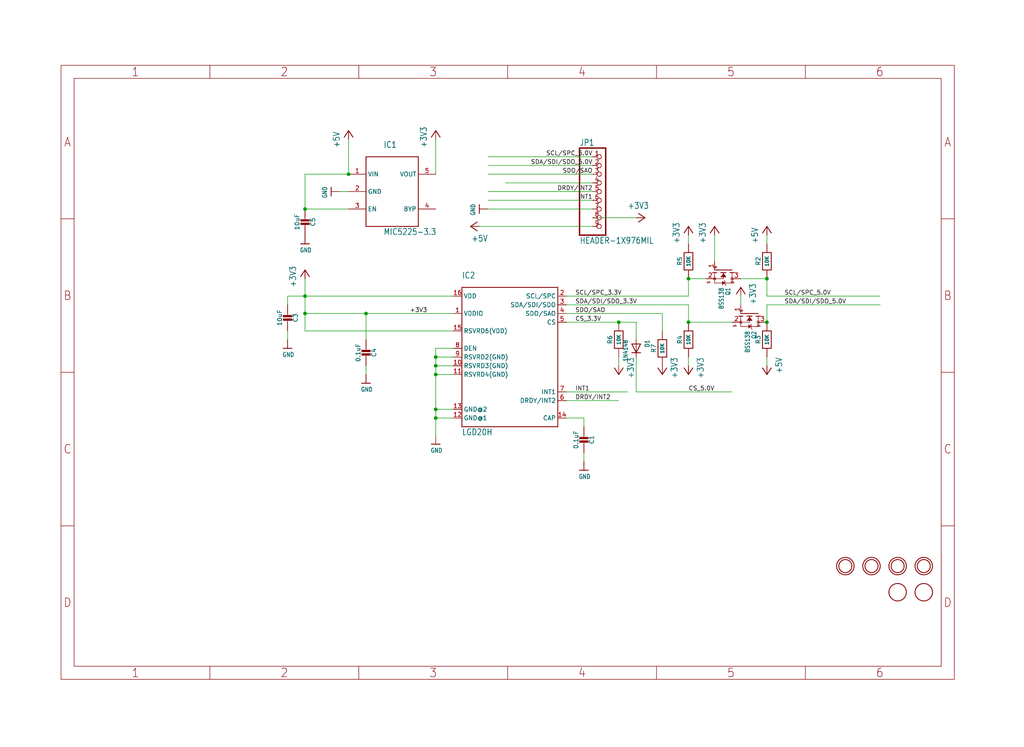
<source format=kicad_sch>
(kicad_sch (version 20211123) (generator eeschema)
  (paper "User" 298.45 217.881)
  (lib_symbols
    (symbol "schematicEagle-eagle-import:+3V3" (power)
      (property "Value" "+3V3" (at -2.54 -5.08 90))
      (symbol "+3V3_1_0"
        (polyline (pts (xy 0 0) (xy -1.27 -1.905)) (stroke (width 0.254)))
        (polyline (pts (xy 1.27 -1.905) (xy 0 0)) (stroke (width 0.254)))
        (pin power_in line (at 0 -2.54 90) (length 2.54) (name "+3V3") (number "1"))
      )
    )
    (symbol "schematicEagle-eagle-import:+5V" (power)
      (property "Value" "+5V" (at -2.54 -5.08 90))
      (symbol "+5V_1_0"
        (polyline (pts (xy 0 0) (xy -1.27 -1.905)) (stroke (width 0.254)))
        (polyline (pts (xy 1.27 -1.905) (xy 0 0)) (stroke (width 0.254)))
        (pin power_in line (at 0 -2.54 90) (length 2.54) (name "+5V") (number "1"))
      )
    )
    (symbol "schematicEagle-eagle-import:CAP_CERAMIC0805-NOOUTLINE"
      (property "Reference" "C" (at -2.29 1.25 90))
      (property "Value" "CAP_CERAMIC0805-NOOUTLINE" (at 2.3 1.25 90))
      (symbol "CAP_CERAMIC0805-NOOUTLINE_1_0"
        (rectangle (start -1.27 0.508) (end 1.27 1.016) (fill (type outline)))
        (rectangle (start -1.27 1.524) (end 1.27 2.032) (fill (type outline)))
        (polyline (pts (xy 0 0.762) (xy 0 0)) (stroke (width 0.1524)))
        (polyline (pts (xy 0 2.54) (xy 0 1.778)) (stroke (width 0.1524)))
        (pin passive line (at 0 5.08 270) (length 2.54) (name "1") (number "1"))
        (pin passive line (at 0 -2.54 90) (length 2.54) (name "2") (number "2"))
      )
    )
    (symbol "schematicEagle-eagle-import:DIODESOD-323F"
      (property "Reference" "D" (at -2.54 2.54 0))
      (property "Value" "DIODESOD-323F" (at -2.54 -3.81 0))
      (symbol "DIODESOD-323F_1_0"
        (polyline (pts (xy -1.27 -1.27) (xy 1.27 0)) (stroke (width 0.254)))
        (polyline (pts (xy -1.27 1.27) (xy -1.27 -1.27)) (stroke (width 0.254)))
        (polyline (pts (xy 1.27 0) (xy -1.27 1.27)) (stroke (width 0.254)))
        (polyline (pts (xy 1.27 0) (xy 1.27 -1.27)) (stroke (width 0.254)))
        (polyline (pts (xy 1.27 1.27) (xy 1.27 0)) (stroke (width 0.254)))
        (pin passive line (at -2.54 0 0) (length 2.54) (name "A") (number "A"))
        (pin passive line (at 2.54 0 180) (length 2.54) (name "C") (number "C"))
      )
    )
    (symbol "schematicEagle-eagle-import:FIDUCIAL"
      (symbol "FIDUCIAL_1_0"
        (circle (center 0 0) (radius 2.54) (stroke (width 0.254)))
      )
    )
    (symbol "schematicEagle-eagle-import:FRAME_A4"
      (symbol "FRAME_A4_0_0"
        (polyline (pts (xy 0 44.7675) (xy 3.81 44.7675)))
        (polyline (pts (xy 0 89.535) (xy 3.81 89.535)))
        (polyline (pts (xy 0 134.3025) (xy 3.81 134.3025)))
        (polyline (pts (xy 3.81 3.81) (xy 3.81 175.26)))
        (polyline (pts (xy 43.3917 0) (xy 43.3917 3.81)))
        (polyline (pts (xy 43.3917 175.26) (xy 43.3917 179.07)))
        (polyline (pts (xy 86.7833 0) (xy 86.7833 3.81)))
        (polyline (pts (xy 86.7833 175.26) (xy 86.7833 179.07)))
        (polyline (pts (xy 130.175 0) (xy 130.175 3.81)))
        (polyline (pts (xy 130.175 175.26) (xy 130.175 179.07)))
        (polyline (pts (xy 173.5667 0) (xy 173.5667 3.81)))
        (polyline (pts (xy 173.5667 175.26) (xy 173.5667 179.07)))
        (polyline (pts (xy 216.9583 0) (xy 216.9583 3.81)))
        (polyline (pts (xy 216.9583 175.26) (xy 216.9583 179.07)))
        (polyline (pts (xy 256.54 3.81) (xy 3.81 3.81)))
        (polyline (pts (xy 256.54 3.81) (xy 256.54 175.26)))
        (polyline (pts (xy 256.54 44.7675) (xy 260.35 44.7675)))
        (polyline (pts (xy 256.54 89.535) (xy 260.35 89.535)))
        (polyline (pts (xy 256.54 134.3025) (xy 260.35 134.3025)))
        (polyline (pts (xy 256.54 175.26) (xy 3.81 175.26)))
        (polyline (pts (xy 0 0) (xy 260.35 0) (xy 260.35 179.07) (xy 0 179.07) (xy 0 0)))
        (text "1" (at 21.6958 1.905 0) (effects (font (size 2.54 2.286))))
        (text "1" (at 21.6958 177.165 0) (effects (font (size 2.54 2.286))))
        (text "2" (at 65.0875 1.905 0) (effects (font (size 2.54 2.286))))
        (text "2" (at 65.0875 177.165 0) (effects (font (size 2.54 2.286))))
        (text "3" (at 108.4792 1.905 0) (effects (font (size 2.54 2.286))))
        (text "3" (at 108.4792 177.165 0) (effects (font (size 2.54 2.286))))
        (text "4" (at 151.8708 1.905 0) (effects (font (size 2.54 2.286))))
        (text "4" (at 151.8708 177.165 0) (effects (font (size 2.54 2.286))))
        (text "5" (at 195.2625 1.905 0) (effects (font (size 2.54 2.286))))
        (text "5" (at 195.2625 177.165 0) (effects (font (size 2.54 2.286))))
        (text "6" (at 238.6542 1.905 0) (effects (font (size 2.54 2.286))))
        (text "6" (at 238.6542 177.165 0) (effects (font (size 2.54 2.286))))
        (text "A" (at 1.905 156.6863 0) (effects (font (size 2.54 2.286))))
        (text "A" (at 258.445 156.6863 0) (effects (font (size 2.54 2.286))))
        (text "B" (at 1.905 111.9188 0) (effects (font (size 2.54 2.286))))
        (text "B" (at 258.445 111.9188 0) (effects (font (size 2.54 2.286))))
        (text "C" (at 1.905 67.1513 0) (effects (font (size 2.54 2.286))))
        (text "C" (at 258.445 67.1513 0) (effects (font (size 2.54 2.286))))
        (text "D" (at 1.905 22.3838 0) (effects (font (size 2.54 2.286))))
        (text "D" (at 258.445 22.3838 0) (effects (font (size 2.54 2.286))))
      )
      (symbol "FRAME_A4_1_0"
        (polyline (pts (xy 256.54 3.81) (xy 256.54 8.89)) (stroke (width 0.1016)))
        (polyline (pts (xy 256.54 8.89) (xy 256.54 13.97)) (stroke (width 0.1016)))
        (polyline (pts (xy 256.54 13.97) (xy 256.54 19.05)) (stroke (width 0.1016)))
        (polyline (pts (xy 256.54 19.05) (xy 256.54 36.83)) (stroke (width 0.1016)))
      )
      (symbol "FRAME_A4_2_0"
        (polyline (pts (xy 1.27 -6.35) (xy 1.27 0)) (stroke (width 0.1016)))
        (polyline (pts (xy 1.27 0) (xy 82.55 0)) (stroke (width 0.1016)))
        (polyline (pts (xy 82.55 -6.35) (xy 1.27 -6.35)) (stroke (width 0.1016)))
        (polyline (pts (xy 82.55 0) (xy 82.55 -6.35)) (stroke (width 0.1016)))
        (text "PART OR WHOLE IS STRICTLY PROHIBITED WITHOUT WRITTEN PERMISSION!" (at 3.81 -5.08 0) (effects (font (size 1.27 1.0795)) (justify left bottom)))
        (text "PROPRIETARY" (at 3.81 -10.16 0) (effects (font (size 2.54 2.159) (thickness 0.4318) bold) (justify left bottom)))
        (text "THIS DRAWING CONTAINS CONFIDENTIAL INFORMATION. ANY REPRODUCTION IN" (at 3.81 -2.794 0) (effects (font (size 1.27 1.0795)) (justify left bottom)))
      )
      (symbol "FRAME_A4_3_0"
        (polyline (pts (xy 0 1.27) (xy 20.32 1.27)) (stroke (width 0.6096)))
        (polyline (pts (xy 0 10.16) (xy 0 1.27)) (stroke (width 0.6096)))
        (polyline (pts (xy 0 10.16) (xy 20.32 10.16)) (stroke (width 0.3048)))
        (polyline (pts (xy 0 19.05) (xy 0 10.16)) (stroke (width 0.6096)))
        (polyline (pts (xy 0 19.05) (xy 20.32 19.05)) (stroke (width 0.3048)))
        (polyline (pts (xy 0 27.94) (xy 0 19.05)) (stroke (width 0.6096)))
        (polyline (pts (xy 0 27.94) (xy 20.32 27.94)) (stroke (width 0.3048)))
        (polyline (pts (xy 0 34.29) (xy 0 27.94)) (stroke (width 0.6096)))
        (polyline (pts (xy 20.32 1.27) (xy 20.32 6.35)) (stroke (width 0.3048)))
        (polyline (pts (xy 20.32 1.27) (xy 95.885 1.27)) (stroke (width 0.6096)))
        (polyline (pts (xy 20.32 6.35) (xy 20.32 10.16)) (stroke (width 0.3048)))
        (polyline (pts (xy 20.32 6.35) (xy 88.9 6.35)) (stroke (width 0.3048)))
        (polyline (pts (xy 20.32 10.16) (xy 20.32 19.05)) (stroke (width 0.3048)))
        (polyline (pts (xy 20.32 16.51) (xy 20.32 19.05)) (stroke (width 0.3048)))
        (polyline (pts (xy 20.32 19.05) (xy 20.32 27.94)) (stroke (width 0.3048)))
        (polyline (pts (xy 20.32 27.94) (xy 20.32 34.29)) (stroke (width 0.3048)))
        (polyline (pts (xy 20.32 27.94) (xy 65.0875 27.94)) (stroke (width 0.3048)))
        (polyline (pts (xy 20.32 34.29) (xy 0 34.29)) (stroke (width 0.6096)))
        (polyline (pts (xy 65.0875 27.94) (xy 106.045 27.94)) (stroke (width 0.3048)))
        (polyline (pts (xy 65.0875 34.29) (xy 20.32 34.29)) (stroke (width 0.6096)))
        (polyline (pts (xy 88.9 6.35) (xy 95.885 6.35)) (stroke (width 0.3048)))
        (polyline (pts (xy 88.9 16.51) (xy 20.32 16.51)) (stroke (width 0.3048)))
        (polyline (pts (xy 88.9 16.51) (xy 88.9 6.35)) (stroke (width 0.3048)))
        (polyline (pts (xy 95.885 1.27) (xy 121.92 1.27)) (stroke (width 0.6096)))
        (polyline (pts (xy 95.885 6.35) (xy 95.885 1.27)) (stroke (width 0.3048)))
        (polyline (pts (xy 95.885 6.35) (xy 121.92 6.35)) (stroke (width 0.3048)))
        (polyline (pts (xy 101.6 13.0175) (xy 102.5525 13.0175)) (stroke (width 0.254)))
        (polyline (pts (xy 106.045 27.94) (xy 106.045 34.29)) (stroke (width 0.3048)))
        (polyline (pts (xy 106.045 27.94) (xy 110.49 27.94)) (stroke (width 0.3048)))
        (polyline (pts (xy 106.045 34.29) (xy 65.0875 34.29)) (stroke (width 0.6096)))
        (polyline (pts (xy 110.49 16.51) (xy 88.9 16.51)) (stroke (width 0.3048)))
        (polyline (pts (xy 110.49 27.94) (xy 110.49 16.51)) (stroke (width 0.3048)))
        (polyline (pts (xy 110.49 27.94) (xy 113.03 27.94)) (stroke (width 0.3048)))
        (polyline (pts (xy 113.03 27.94) (xy 121.92 27.94)) (stroke (width 0.3048)))
        (polyline (pts (xy 113.03 34.29) (xy 106.045 34.29)) (stroke (width 0.6096)))
        (polyline (pts (xy 121.92 6.35) (xy 121.92 1.27)) (stroke (width 0.6096)))
        (polyline (pts (xy 121.92 16.51) (xy 110.49 16.51)) (stroke (width 0.3048)))
        (polyline (pts (xy 121.92 16.51) (xy 121.92 6.35)) (stroke (width 0.6096)))
        (polyline (pts (xy 121.92 27.94) (xy 121.92 16.51)) (stroke (width 0.6096)))
        (polyline (pts (xy 121.92 34.29) (xy 113.03 34.29)) (stroke (width 0.6096)))
        (polyline (pts (xy 121.92 34.29) (xy 121.92 27.94)) (stroke (width 0.6096)))
        (circle (center 109.5375 31.115) (radius 1.4199) (stroke (width 0.254)))
        (text "2013" (at 112.7125 30.1625 0) (effects (font (size 1.778 1.5113)) (justify left bottom)))
        (text ">CHECKED" (at 2.54 11.43 0) (effects (font (size 1.778 1.5113)) (justify left bottom)))
        (text ">COMPANY" (at 23.6538 29.3687 0) (effects (font (size 3.175 2.6987) (thickness 0.5397) bold) (justify left bottom)))
        (text ">DATE" (at 2.54 2.54 0) (effects (font (size 1.778 1.5113)) (justify left bottom)))
        (text ">DRAWING_NAME" (at 33.3375 2.54 0) (effects (font (size 2.54 2.159)) (justify left bottom)))
        (text ">DRAWN" (at 2.54 20.32 0) (effects (font (size 1.778 1.5113)) (justify left bottom)))
        (text ">DRGNO" (at 91.44 8.89 0) (effects (font (size 2.1844 1.8567)) (justify left bottom)))
        (text ">LAST_DATE_TIME" (at 33.02 8.89 0) (effects (font (size 2.54 2.159)) (justify left bottom)))
        (text ">REV" (at 114.3 18.415 0) (effects (font (size 3.81 3.2385)) (justify left bottom)))
        (text ">SHEET" (at 109.22 2.54 0) (effects (font (size 2.54 2.54)) (justify left bottom)))
        (text "C" (at 109.0612 30.48 0) (effects (font (size 1.27 1.0795)) (justify left bottom)))
        (text "CHECKED" (at 1.27 15.875 0) (effects (font (size 1.778 1.5113)) (justify left bottom)))
        (text "DATE" (at 1.27 6.985 0) (effects (font (size 1.778 1.5113)) (justify left bottom)))
        (text "DATE" (at 21.59 12.7 0) (effects (font (size 2.54 2.54)) (justify left bottom)))
        (text "DRAWN" (at 1.27 24.765 0) (effects (font (size 1.778 1.5113)) (justify left bottom)))
        (text "DRG" (at 90.17 12.7 0) (effects (font (size 2.54 2.54)) (justify left bottom)))
        (text "FILE:" (at 21.59 2.54 0) (effects (font (size 2.54 2.54)) (justify left bottom)))
        (text "ISSUE" (at 5.3975 30.1625 0) (effects (font (size 1.9304 1.6408)) (justify left bottom)))
        (text "N" (at 98.7425 12.7 0) (effects (font (size 2.54 2.54)) (justify left bottom)))
        (text "o" (at 101.2825 13.6525 0) (effects (font (size 2.1844 1.8567)) (justify left bottom)))
        (text "PAGE:" (at 97.155 2.54 0) (effects (font (size 2.54 2.54)) (justify left bottom)))
        (text "REV" (at 112.7125 24.13 0) (effects (font (size 2.54 2.54)) (justify left bottom)))
        (text "TITLE" (at 21.59 24.13 0) (effects (font (size 2.54 2.54)) (justify left bottom)))
      )
    )
    (symbol "schematicEagle-eagle-import:GND" (power)
      (property "Value" "GND" (at -1.524 -2.54 0))
      (symbol "GND_1_0"
        (polyline (pts (xy -1.27 0) (xy 1.27 0)) (stroke (width 0.254)))
        (pin power_in line (at 0 2.54 270) (length 2.54) (name "GND") (number "1"))
      )
    )
    (symbol "schematicEagle-eagle-import:GYRO_L3GD20H"
      (property "Value" "GYRO_L3GD20H" (at -15.24 -22.86 0))
      (symbol "GYRO_L3GD20H_1_0"
        (polyline (pts (xy -15.24 -20.32) (xy -15.24 20.32)) (stroke (width 0.254)))
        (polyline (pts (xy -15.24 20.32) (xy 12.7 20.32)) (stroke (width 0.254)))
        (polyline (pts (xy 12.7 -20.32) (xy -15.24 -20.32)) (stroke (width 0.254)))
        (polyline (pts (xy 12.7 20.32) (xy 12.7 -20.32)) (stroke (width 0.254)))
        (pin power_in line (at -17.78 12.7 0) (length 2.54) (name "VDDIO") (number "1"))
        (pin bidirectional line (at -17.78 -2.54 0) (length 2.54) (name "RSVRD3(GND)") (number "10"))
        (pin bidirectional line (at -17.78 -5.08 0) (length 2.54) (name "RSVRD4(GND)") (number "11"))
        (pin bidirectional line (at -17.78 -17.78 0) (length 2.54) (name "GND@1") (number "12"))
        (pin bidirectional line (at -17.78 -15.24 0) (length 2.54) (name "GND@2") (number "13"))
        (pin bidirectional line (at 15.24 -17.78 180) (length 2.54) (name "CAP") (number "14"))
        (pin bidirectional line (at -17.78 7.62 0) (length 2.54) (name "RSVRD6(VDD)") (number "15"))
        (pin bidirectional line (at -17.78 17.78 0) (length 2.54) (name "VDD") (number "16"))
        (pin bidirectional line (at 15.24 17.78 180) (length 2.54) (name "SCL/SPC") (number "2"))
        (pin bidirectional line (at 15.24 15.24 180) (length 2.54) (name "SDA/SDI/SDO") (number "3"))
        (pin bidirectional line (at 15.24 12.7 180) (length 2.54) (name "SDO/SAO") (number "4"))
        (pin bidirectional line (at 15.24 10.16 180) (length 2.54) (name "CS") (number "5"))
        (pin bidirectional line (at 15.24 -12.7 180) (length 2.54) (name "DRDY/INT2") (number "6"))
        (pin bidirectional line (at 15.24 -10.16 180) (length 2.54) (name "INT1") (number "7"))
        (pin bidirectional line (at -17.78 2.54 0) (length 2.54) (name "DEN") (number "8"))
        (pin bidirectional line (at -17.78 0 0) (length 2.54) (name "RSVRD2(GND)") (number "9"))
      )
    )
    (symbol "schematicEagle-eagle-import:HEADER-1X976MIL"
      (property "Reference" "JP" (at -6.35 13.335 0))
      (property "Value" "HEADER-1X976MIL" (at -6.35 -15.24 0))
      (symbol "HEADER-1X976MIL_1_0"
        (polyline (pts (xy -6.35 -12.7) (xy 1.27 -12.7)) (stroke (width 0.4064)))
        (polyline (pts (xy -6.35 12.7) (xy -6.35 -12.7)) (stroke (width 0.4064)))
        (polyline (pts (xy 1.27 -12.7) (xy 1.27 12.7)) (stroke (width 0.4064)))
        (polyline (pts (xy 1.27 12.7) (xy -6.35 12.7)) (stroke (width 0.4064)))
        (pin passive inverted (at -2.54 10.16 0) (length 2.54) (name "1") (number "1"))
        (pin passive inverted (at -2.54 7.62 0) (length 2.54) (name "2") (number "2"))
        (pin passive inverted (at -2.54 5.08 0) (length 2.54) (name "3") (number "3"))
        (pin passive inverted (at -2.54 2.54 0) (length 2.54) (name "4") (number "4"))
        (pin passive inverted (at -2.54 0 0) (length 2.54) (name "5") (number "5"))
        (pin passive inverted (at -2.54 -2.54 0) (length 2.54) (name "6") (number "6"))
        (pin passive inverted (at -2.54 -5.08 0) (length 2.54) (name "7") (number "7"))
        (pin passive inverted (at -2.54 -7.62 0) (length 2.54) (name "8") (number "8"))
        (pin passive inverted (at -2.54 -10.16 0) (length 2.54) (name "9") (number "9"))
      )
    )
    (symbol "schematicEagle-eagle-import:LP298XS"
      (property "Reference" "IC" (at -12.7 -5.08 90))
      (property "Value" "LP298XS" (at 12.7 -5.08 90))
      (symbol "LP298XS_1_0"
        (polyline (pts (xy -10.16 -10.16) (xy 10.16 -10.16)) (stroke (width 0.254)))
        (polyline (pts (xy -10.16 5.08) (xy -10.16 -10.16)) (stroke (width 0.254)))
        (polyline (pts (xy 10.16 -10.16) (xy 10.16 5.08)) (stroke (width 0.254)))
        (polyline (pts (xy 10.16 5.08) (xy -10.16 5.08)) (stroke (width 0.254)))
        (pin bidirectional line (at -5.08 -15.24 90) (length 5.08) (name "VIN") (number "1"))
        (pin bidirectional line (at 0 -15.24 90) (length 5.08) (name "GND") (number "2"))
        (pin bidirectional line (at 5.08 -15.24 90) (length 5.08) (name "EN") (number "3"))
        (pin bidirectional line (at 5.08 10.16 270) (length 5.08) (name "BYP") (number "4"))
        (pin bidirectional line (at -5.08 10.16 270) (length 5.08) (name "VOUT") (number "5"))
      )
    )
    (symbol "schematicEagle-eagle-import:MOSFET-NREFLOW"
      (property "Reference" "Q" (at 5.08 0.635 0))
      (property "Value" "MOSFET-NREFLOW" (at 5.08 -1.27 0))
      (symbol "MOSFET-NREFLOW_1_0"
        (polyline (pts (xy 0 2.54) (xy 0 -2.54)) (stroke (width 0.254)))
        (polyline (pts (xy 0.762 -2.54) (xy 0.762 -3.175)) (stroke (width 0.254)))
        (polyline (pts (xy 0.762 -1.905) (xy 0.762 -2.54)) (stroke (width 0.254)))
        (polyline (pts (xy 0.762 0) (xy 0.762 -0.762)) (stroke (width 0.254)))
        (polyline (pts (xy 0.762 0) (xy 2.54 0)) (stroke (width 0.1524)))
        (polyline (pts (xy 0.762 0.762) (xy 0.762 0)) (stroke (width 0.254)))
        (polyline (pts (xy 0.762 2.54) (xy 0.762 1.905)) (stroke (width 0.254)))
        (polyline (pts (xy 0.762 2.54) (xy 3.81 2.54)) (stroke (width 0.1524)))
        (polyline (pts (xy 0.762 3.175) (xy 0.762 2.54)) (stroke (width 0.254)))
        (polyline (pts (xy 2.54 -2.54) (xy 0.762 -2.54)) (stroke (width 0.1524)))
        (polyline (pts (xy 2.54 -2.54) (xy 3.81 -2.54)) (stroke (width 0.1524)))
        (polyline (pts (xy 2.54 0) (xy 2.54 -2.54)) (stroke (width 0.1524)))
        (polyline (pts (xy 3.302 0.508) (xy 3.048 0.254)) (stroke (width 0.1524)))
        (polyline (pts (xy 3.81 0.508) (xy 3.302 0.508)) (stroke (width 0.1524)))
        (polyline (pts (xy 3.81 0.508) (xy 3.81 -2.54)) (stroke (width 0.1524)))
        (polyline (pts (xy 3.81 2.54) (xy 3.81 0.508)) (stroke (width 0.1524)))
        (polyline (pts (xy 4.318 0.508) (xy 3.81 0.508)) (stroke (width 0.1524)))
        (polyline (pts (xy 4.572 0.762) (xy 4.318 0.508)) (stroke (width 0.1524)))
        (polyline (pts (xy 1.016 0) (xy 2.032 0.762) (xy 2.032 -0.762)) (fill (type outline)))
        (polyline (pts (xy 3.81 0.508) (xy 3.302 -0.254) (xy 4.318 -0.254)) (fill (type outline)))
        (circle (center 2.54 -2.54) (radius 0.3592))
        (circle (center 2.54 2.54) (radius 0.3592))
        (text "D" (at 3.175 3.175 0) (effects (font (size 0.8128 0.6908)) (justify left bottom)))
        (text "G" (at -1.27 -1.905 0) (effects (font (size 0.8128 0.6908)) (justify left bottom)))
        (text "S" (at 3.175 -3.81 0) (effects (font (size 0.8128 0.6908)) (justify left bottom)))
        (pin bidirectional line (at -2.54 -2.54 0) (length 2.54) (name "G") (number "1"))
        (pin bidirectional line (at 2.54 -5.08 90) (length 2.54) (name "S") (number "2"))
        (pin bidirectional line (at 2.54 5.08 270) (length 2.54) (name "D") (number "3"))
      )
    )
    (symbol "schematicEagle-eagle-import:MOUNTINGHOLE2.0"
      (symbol "MOUNTINGHOLE2.0_1_0"
        (circle (center 0 0) (radius 1.905) (stroke (width 0.254)))
        (circle (center 0 0) (radius 2.54) (stroke (width 0.254)))
      )
    )
    (symbol "schematicEagle-eagle-import:RESISTOR0805_NOOUTLINE"
      (property "Reference" "R" (at 0 2.54 0))
      (property "Value" "RESISTOR0805_NOOUTLINE" (at 0 0 0))
      (symbol "RESISTOR0805_NOOUTLINE_1_0"
        (polyline (pts (xy -2.54 -1.27) (xy -2.54 1.27)) (stroke (width 0.254)))
        (polyline (pts (xy -2.54 1.27) (xy 2.54 1.27)) (stroke (width 0.254)))
        (polyline (pts (xy 2.54 -1.27) (xy -2.54 -1.27)) (stroke (width 0.254)))
        (polyline (pts (xy 2.54 1.27) (xy 2.54 -1.27)) (stroke (width 0.254)))
        (pin passive line (at -5.08 0 0) (length 2.54) (name "1") (number "1"))
        (pin passive line (at 5.08 0 180) (length 2.54) (name "2") (number "2"))
      )
    )
    (symbol "schematicEagle-eagle-import:RESISTOR_0805MP"
      (property "Reference" "R" (at 0 2.54 0))
      (property "Value" "RESISTOR_0805MP" (at 0 0 0))
      (symbol "RESISTOR_0805MP_1_0"
        (polyline (pts (xy -2.54 -1.27) (xy -2.54 1.27)) (stroke (width 0.254)))
        (polyline (pts (xy -2.54 1.27) (xy 2.54 1.27)) (stroke (width 0.254)))
        (polyline (pts (xy 2.54 -1.27) (xy -2.54 -1.27)) (stroke (width 0.254)))
        (polyline (pts (xy 2.54 1.27) (xy 2.54 -1.27)) (stroke (width 0.254)))
        (pin passive line (at -5.08 0 0) (length 2.54) (name "1") (number "1"))
        (pin passive line (at 5.08 0 180) (length 2.54) (name "2") (number "2"))
      )
    )
  )
  (junction (at 127 119.38))
  (junction (at 88.9 60.96))
  (junction (at 223.52 93.98))
  (junction (at 200.66 93.98))
  (junction (at 223.52 81.28))
  (junction (at 127 106.68))
  (junction (at 88.9 91.44))
  (junction (at 127 104.14))
  (junction (at 88.9 86.36))
  (junction (at 106.68 91.44))
  (junction (at 180.34 93.98))
  (junction (at 200.66 81.28))
  (junction (at 101.6 50.8))
  (junction (at 127 109.22))
  (junction (at 127 121.92))
  (wire (pts (xy 215.9 86.36) (xy 215.9 88.9)))
  (wire (pts (xy 142.24 55.88) (xy 172.72 55.88)))
  (wire (pts (xy 88.9 60.96) (xy 88.9 50.8)))
  (wire (pts (xy 170.18 121.92) (xy 165.1 121.92)))
  (wire (pts (xy 185.42 93.98) (xy 185.42 99.06)))
  (wire (pts (xy 165.1 86.36) (xy 200.66 86.36)))
  (wire (pts (xy 132.08 101.6) (xy 127 101.6)))
  (wire (pts (xy 106.68 106.68) (xy 106.68 109.22)))
  (wire (pts (xy 165.1 93.98) (xy 180.34 93.98)))
  (wire (pts (xy 185.42 104.14) (xy 185.42 114.3)))
  (wire (pts (xy 101.6 60.96) (xy 88.9 60.96)))
  (wire (pts (xy 106.68 91.44) (xy 88.9 91.44)))
  (wire (pts (xy 223.52 93.98) (xy 223.52 88.9)))
  (wire (pts (xy 170.18 132.08) (xy 170.18 134.62)))
  (wire (pts (xy 223.52 68.58) (xy 223.52 71.12)))
  (wire (pts (xy 200.66 106.68) (xy 200.66 104.14)))
  (wire (pts (xy 165.1 91.44) (xy 193.04 91.44)))
  (wire (pts (xy 88.9 86.36) (xy 83.82 86.36)))
  (wire (pts (xy 127 104.14) (xy 127 106.68)))
  (wire (pts (xy 132.08 104.14) (xy 127 104.14)))
  (wire (pts (xy 106.68 91.44) (xy 106.68 99.06)))
  (wire (pts (xy 200.66 81.28) (xy 205.74 81.28)))
  (wire (pts (xy 88.9 50.8) (xy 101.6 50.8)))
  (wire (pts (xy 88.9 91.44) (xy 88.9 86.36)))
  (wire (pts (xy 127 119.38) (xy 127 121.92)))
  (wire (pts (xy 127 101.6) (xy 127 104.14)))
  (wire (pts (xy 208.28 76.2) (xy 208.28 68.58)))
  (wire (pts (xy 99.06 55.88) (xy 101.6 55.88)))
  (wire (pts (xy 200.66 68.58) (xy 200.66 71.12)))
  (wire (pts (xy 127 121.92) (xy 127 127)))
  (wire (pts (xy 101.6 40.64) (xy 101.6 50.8)))
  (wire (pts (xy 142.24 58.42) (xy 172.72 58.42)))
  (wire (pts (xy 223.52 81.28) (xy 223.52 86.36)))
  (wire (pts (xy 132.08 91.44) (xy 106.68 91.44)))
  (wire (pts (xy 88.9 96.52) (xy 88.9 91.44)))
  (wire (pts (xy 185.42 114.3) (xy 213.36 114.3)))
  (wire (pts (xy 180.34 93.98) (xy 185.42 93.98)))
  (wire (pts (xy 165.1 116.84) (xy 180.34 116.84)))
  (wire (pts (xy 132.08 121.92) (xy 127 121.92)))
  (wire (pts (xy 127 109.22) (xy 127 119.38)))
  (wire (pts (xy 132.08 86.36) (xy 88.9 86.36)))
  (wire (pts (xy 142.24 50.8) (xy 172.72 50.8)))
  (wire (pts (xy 142.24 60.96) (xy 172.72 60.96)))
  (wire (pts (xy 200.66 93.98) (xy 200.66 88.9)))
  (wire (pts (xy 132.08 96.52) (xy 88.9 96.52)))
  (wire (pts (xy 127 40.64) (xy 127 50.8)))
  (wire (pts (xy 223.52 86.36) (xy 256.54 86.36)))
  (wire (pts (xy 132.08 109.22) (xy 127 109.22)))
  (wire (pts (xy 256.54 88.9) (xy 223.52 88.9)))
  (wire (pts (xy 213.36 93.98) (xy 200.66 93.98)))
  (wire (pts (xy 147.32 53.34) (xy 172.72 53.34)))
  (wire (pts (xy 180.34 106.68) (xy 180.34 104.14)))
  (wire (pts (xy 139.7 66.04) (xy 172.72 66.04)))
  (wire (pts (xy 88.9 81.28) (xy 88.9 86.36)))
  (wire (pts (xy 127 106.68) (xy 127 109.22)))
  (wire (pts (xy 132.08 106.68) (xy 127 106.68)))
  (wire (pts (xy 142.24 45.72) (xy 172.72 45.72)))
  (wire (pts (xy 165.1 114.3) (xy 182.88 114.3)))
  (wire (pts (xy 170.18 124.46) (xy 170.18 121.92)))
  (wire (pts (xy 165.1 88.9) (xy 200.66 88.9)))
  (wire (pts (xy 172.72 48.26) (xy 142.24 48.26)))
  (wire (pts (xy 215.9 81.28) (xy 223.52 81.28)))
  (wire (pts (xy 185.42 63.5) (xy 172.72 63.5)))
  (wire (pts (xy 223.52 106.68) (xy 223.52 104.14)))
  (wire (pts (xy 193.04 91.44) (xy 193.04 96.52)))
  (wire (pts (xy 200.66 86.36) (xy 200.66 81.28)))
  (wire (pts (xy 83.82 96.52) (xy 83.82 99.06)))
  (wire (pts (xy 83.82 86.36) (xy 83.82 88.9)))
  (wire (pts (xy 132.08 119.38) (xy 127 119.38)))
  (label "DRDY/INT2" (at 172.72 55.88 180) (effects (font (size 1.2446 1.2446))))
  (label "SCL/SPC_5.0V" (at 228.6 86.36 0) (effects (font (size 1.2446 1.2446))))
  (label "+3V3" (at 119.38 91.44 0) (effects (font (size 1.2446 1.2446))))
  (label "SCL/SPC_3.3V" (at 167.64 86.36 0) (effects (font (size 1.2446 1.2446))))
  (label "SCL/SPC_5.0V" (at 172.72 45.72 180) (effects (font (size 1.2446 1.2446))))
  (label "CS_3.3V" (at 167.64 93.98 0) (effects (font (size 1.2446 1.2446))))
  (label "CS_5.0V" (at 200.66 114.3 0) (effects (font (size 1.2446 1.2446))))
  (label "SDA/SDI/SDO_3.3V" (at 167.64 88.9 0) (effects (font (size 1.2446 1.2446))))
  (label "SDO/SAO" (at 172.72 50.8 180) (effects (font (size 1.2446 1.2446))))
  (label "SDO/SAO" (at 167.64 91.44 0) (effects (font (size 1.2446 1.2446))))
  (label "INT1" (at 172.72 58.42 180) (effects (font (size 1.2446 1.2446))))
  (label "DRDY/INT2" (at 167.64 116.84 0) (effects (font (size 1.2446 1.2446))))
  (label "SDA/SDI/SDO_5.0V" (at 228.6 88.9 0) (effects (font (size 1.2446 1.2446))))
  (label "SDA/SDI/SDO_5.0V" (at 172.72 48.26 180) (effects (font (size 1.2446 1.2446))))
  (label "INT1" (at 167.64 114.3 0) (effects (font (size 1.2446 1.2446))))
  (symbol (lib_id "schematicEagle-eagle-import:+3V3") (at 215.9 83.82 0) (mirror y) (unit 1)
    (property "Reference" "#+3V3" (effects hide))
    (property "Value" "+3V3" (at 218.44 88.9 90) (effects (font (size 1.778 1.5113)) (justify left bottom)))
    (property "Footprint" "schematicEagle:" (effects hide))
  )
  (symbol (lib_id "schematicEagle-eagle-import:RESISTOR0805_NOOUTLINE") (at 223.52 76.2 90) (unit 1)
    (property "Reference" "R2" (at 220.98 76.2 0))
    (property "Value" "10K" (at 223.52 76.2 0) (effects (font (size 1.016 1.016) bold)))
    (property "Footprint" "schematicEagle:0805-NO" (effects hide))
  )
  (symbol (lib_id "schematicEagle-eagle-import:CAP_CERAMIC0805-NOOUTLINE") (at 170.18 127 180) (unit 1)
    (property "Reference" "C1" (at 172.47 128.25 90))
    (property "Value" "0.1uF" (at 167.88 128.25 90))
    (property "Footprint" "schematicEagle:0805-NO" (effects hide))
  )
  (symbol (lib_id "schematicEagle-eagle-import:+5V") (at 137.16 66.04 90) (unit 1)
    (property "Reference" "#P+4" (effects hide))
    (property "Value" "+5V" (at 142.24 68.58 90) (effects (font (size 1.778 1.5113)) (justify left bottom)))
    (property "Footprint" "schematicEagle:" (effects hide))
  )
  (symbol (lib_id "schematicEagle-eagle-import:HEADER-1X976MIL") (at 175.26 55.88 0) (unit 1)
    (property "Reference" "JP1" (at 168.91 42.545 0) (effects (font (size 1.778 1.5113)) (justify left bottom)))
    (property "Value" "HEADER-1X976MIL" (at 168.91 71.12 0) (effects (font (size 1.778 1.5113)) (justify left bottom)))
    (property "Footprint" "schematicEagle:1X09_ROUND_76" (effects hide))
  )
  (symbol (lib_id "schematicEagle-eagle-import:GND") (at 170.18 137.16 0) (unit 1)
    (property "Reference" "#U$1" (effects hide))
    (property "Value" "GND" (at 168.656 139.7 0) (effects (font (size 1.27 1.0795)) (justify left bottom)))
    (property "Footprint" "schematicEagle:" (effects hide))
  )
  (symbol (lib_id "schematicEagle-eagle-import:+3V3") (at 187.96 63.5 270) (unit 1)
    (property "Reference" "#+3V8" (effects hide))
    (property "Value" "+3V3" (at 182.88 60.96 90) (effects (font (size 1.778 1.5113)) (justify left bottom)))
    (property "Footprint" "schematicEagle:" (effects hide))
  )
  (symbol (lib_id "schematicEagle-eagle-import:GND") (at 96.52 55.88 270) (unit 1)
    (property "Reference" "#U$4" (effects hide))
    (property "Value" "GND" (at 93.98 54.356 0) (effects (font (size 1.27 1.0795)) (justify left bottom)))
    (property "Footprint" "schematicEagle:" (effects hide))
  )
  (symbol (lib_id "schematicEagle-eagle-import:FIDUCIAL") (at 261.62 172.72 0) (unit 1)
    (property "Reference" "U$16" (effects hide))
    (property "Value" "FIDUCIAL" (effects hide))
    (property "Footprint" "schematicEagle:FIDUCIAL_1MM" (effects hide))
  )
  (symbol (lib_id "schematicEagle-eagle-import:FRAME_A4") (at 17.78 198.12 0) (unit 1)
    (property "Reference" "#FRAME1" (effects hide))
    (property "Value" "FRAME_A4" (effects hide))
    (property "Footprint" "schematicEagle:" (effects hide))
  )
  (symbol (lib_id "schematicEagle-eagle-import:MOSFET-NREFLOW") (at 218.44 91.44 270) (unit 1)
    (property "Reference" "Q2" (at 219.075 96.52 0) (effects (font (size 1.27 1.0795)) (justify left bottom)))
    (property "Value" "BSS138" (at 217.17 96.52 0) (effects (font (size 1.27 1.0795)) (justify left bottom)))
    (property "Footprint" "schematicEagle:SOT23" (effects hide))
  )
  (symbol (lib_id "schematicEagle-eagle-import:FIDUCIAL") (at 269.24 172.72 0) (unit 1)
    (property "Reference" "U$15" (effects hide))
    (property "Value" "FIDUCIAL" (effects hide))
    (property "Footprint" "schematicEagle:FIDUCIAL_1MM" (effects hide))
  )
  (symbol (lib_id "schematicEagle-eagle-import:RESISTOR0805_NOOUTLINE") (at 200.66 99.06 90) (unit 1)
    (property "Reference" "R4" (at 198.12 99.06 0))
    (property "Value" "10K" (at 200.66 99.06 0) (effects (font (size 1.016 1.016) bold)))
    (property "Footprint" "schematicEagle:0805-NO" (effects hide))
  )
  (symbol (lib_id "schematicEagle-eagle-import:+3V3") (at 200.66 66.04 0) (unit 1)
    (property "Reference" "#+3V4" (effects hide))
    (property "Value" "+3V3" (at 198.12 71.12 90) (effects (font (size 1.778 1.5113)) (justify left bottom)))
    (property "Footprint" "schematicEagle:" (effects hide))
  )
  (symbol (lib_id "schematicEagle-eagle-import:MOSFET-NREFLOW") (at 210.82 78.74 270) (unit 1)
    (property "Reference" "Q1" (at 211.455 83.82 0) (effects (font (size 1.27 1.0795)) (justify left bottom)))
    (property "Value" "BSS138" (at 209.55 83.82 0) (effects (font (size 1.27 1.0795)) (justify left bottom)))
    (property "Footprint" "schematicEagle:SOT23" (effects hide))
  )
  (symbol (lib_id "schematicEagle-eagle-import:LP298XS") (at 116.84 55.88 270) (unit 1)
    (property "Reference" "IC1" (at 111.76 43.18 90) (effects (font (size 1.778 1.5113)) (justify left bottom)))
    (property "Value" "MIC5225-3.3" (at 111.76 68.58 90) (effects (font (size 1.778 1.5113)) (justify left bottom)))
    (property "Footprint" "schematicEagle:SOT23-5L" (effects hide))
  )
  (symbol (lib_id "schematicEagle-eagle-import:CAP_CERAMIC0805-NOOUTLINE") (at 106.68 101.6 180) (unit 1)
    (property "Reference" "C4" (at 108.97 102.85 90))
    (property "Value" "0.1uF" (at 104.38 102.85 90))
    (property "Footprint" "schematicEagle:0805-NO" (effects hide))
  )
  (symbol (lib_id "schematicEagle-eagle-import:+3V3") (at 127 38.1 0) (unit 1)
    (property "Reference" "#+3V6" (effects hide))
    (property "Value" "+3V3" (at 124.46 43.18 90) (effects (font (size 1.778 1.5113)) (justify left bottom)))
    (property "Footprint" "schematicEagle:" (effects hide))
  )
  (symbol (lib_id "schematicEagle-eagle-import:GYRO_L3GD20H") (at 149.86 104.14 0) (unit 1)
    (property "Reference" "IC2" (at 134.62 81.28 0) (effects (font (size 1.778 1.5113)) (justify left bottom)))
    (property "Value" "LGD20H" (at 134.62 127 0) (effects (font (size 1.778 1.5113)) (justify left bottom)))
    (property "Footprint" "schematicEagle:L3GD20H_LGA16L" (effects hide))
  )
  (symbol (lib_id "schematicEagle-eagle-import:+3V3") (at 208.28 66.04 0) (unit 1)
    (property "Reference" "#+3V2" (effects hide))
    (property "Value" "+3V3" (at 205.74 71.12 90) (effects (font (size 1.778 1.5113)) (justify left bottom)))
    (property "Footprint" "schematicEagle:" (effects hide))
  )
  (symbol (lib_id "schematicEagle-eagle-import:+3V3") (at 200.66 109.22 180) (unit 1)
    (property "Reference" "#+3V5" (effects hide))
    (property "Value" "+3V3" (at 203.2 104.14 90) (effects (font (size 1.778 1.5113)) (justify left bottom)))
    (property "Footprint" "schematicEagle:" (effects hide))
  )
  (symbol (lib_id "schematicEagle-eagle-import:+3V3") (at 180.34 109.22 180) (unit 1)
    (property "Reference" "#+3V1" (effects hide))
    (property "Value" "+3V3" (at 182.88 104.14 90) (effects (font (size 1.778 1.5113)) (justify left bottom)))
    (property "Footprint" "schematicEagle:" (effects hide))
  )
  (symbol (lib_id "schematicEagle-eagle-import:CAP_CERAMIC0805-NOOUTLINE") (at 83.82 91.44 180) (unit 1)
    (property "Reference" "C3" (at 86.11 92.69 90))
    (property "Value" "10uF" (at 81.52 92.69 90))
    (property "Footprint" "schematicEagle:0805-NO" (effects hide))
  )
  (symbol (lib_id "schematicEagle-eagle-import:+3V3") (at 193.04 109.22 180) (unit 1)
    (property "Reference" "#+3V9" (effects hide))
    (property "Value" "+3V3" (at 195.58 104.14 90) (effects (font (size 1.778 1.5113)) (justify left bottom)))
    (property "Footprint" "schematicEagle:" (effects hide))
  )
  (symbol (lib_id "schematicEagle-eagle-import:MOUNTINGHOLE2.0") (at 246.38 165.1 0) (unit 1)
    (property "Reference" "U$14" (effects hide))
    (property "Value" "MOUNTINGHOLE2.0" (effects hide))
    (property "Footprint" "schematicEagle:MOUNTINGHOLE_2.0_PLATED" (effects hide))
  )
  (symbol (lib_id "schematicEagle-eagle-import:+5V") (at 223.52 109.22 180) (unit 1)
    (property "Reference" "#P+3" (effects hide))
    (property "Value" "+5V" (at 226.06 104.14 90) (effects (font (size 1.778 1.5113)) (justify left bottom)))
    (property "Footprint" "schematicEagle:" (effects hide))
  )
  (symbol (lib_id "schematicEagle-eagle-import:CAP_CERAMIC0805-NOOUTLINE") (at 88.9 63.5 180) (unit 1)
    (property "Reference" "C5" (at 91.19 64.75 90))
    (property "Value" "10uF" (at 86.6 64.75 90))
    (property "Footprint" "schematicEagle:0805-NO" (effects hide))
  )
  (symbol (lib_id "schematicEagle-eagle-import:GND") (at 127 129.54 0) (unit 1)
    (property "Reference" "#U$2" (effects hide))
    (property "Value" "GND" (at 125.476 132.08 0) (effects (font (size 1.27 1.0795)) (justify left bottom)))
    (property "Footprint" "schematicEagle:" (effects hide))
  )
  (symbol (lib_id "schematicEagle-eagle-import:RESISTOR0805_NOOUTLINE") (at 193.04 101.6 90) (unit 1)
    (property "Reference" "R7" (at 190.5 101.6 0))
    (property "Value" "10K" (at 193.04 101.6 0) (effects (font (size 1.016 1.016) bold)))
    (property "Footprint" "schematicEagle:0805-NO" (effects hide))
  )
  (symbol (lib_id "schematicEagle-eagle-import:RESISTOR0805_NOOUTLINE") (at 200.66 76.2 90) (unit 1)
    (property "Reference" "R5" (at 198.12 76.2 0))
    (property "Value" "10K" (at 200.66 76.2 0) (effects (font (size 1.016 1.016) bold)))
    (property "Footprint" "schematicEagle:0805-NO" (effects hide))
  )
  (symbol (lib_id "schematicEagle-eagle-import:+5V") (at 101.6 38.1 0) (unit 1)
    (property "Reference" "#P+2" (effects hide))
    (property "Value" "+5V" (at 99.06 43.18 90) (effects (font (size 1.778 1.5113)) (justify left bottom)))
    (property "Footprint" "schematicEagle:" (effects hide))
  )
  (symbol (lib_id "schematicEagle-eagle-import:MOUNTINGHOLE2.0") (at 254 165.1 0) (unit 1)
    (property "Reference" "U$13" (effects hide))
    (property "Value" "MOUNTINGHOLE2.0" (effects hide))
    (property "Footprint" "schematicEagle:MOUNTINGHOLE_2.0_PLATED" (effects hide))
  )
  (symbol (lib_id "schematicEagle-eagle-import:MOUNTINGHOLE2.0") (at 269.24 165.1 0) (unit 1)
    (property "Reference" "U$12" (effects hide))
    (property "Value" "MOUNTINGHOLE2.0" (effects hide))
    (property "Footprint" "schematicEagle:MOUNTINGHOLE_2.0_PLATED" (effects hide))
  )
  (symbol (lib_id "schematicEagle-eagle-import:GND") (at 83.82 101.6 0) (unit 1)
    (property "Reference" "#U$6" (effects hide))
    (property "Value" "GND" (at 82.296 104.14 0) (effects (font (size 1.27 1.0795)) (justify left bottom)))
    (property "Footprint" "schematicEagle:" (effects hide))
  )
  (symbol (lib_id "schematicEagle-eagle-import:MOUNTINGHOLE2.0") (at 261.62 165.1 0) (unit 1)
    (property "Reference" "U$11" (effects hide))
    (property "Value" "MOUNTINGHOLE2.0" (effects hide))
    (property "Footprint" "schematicEagle:MOUNTINGHOLE_2.0_PLATED" (effects hide))
  )
  (symbol (lib_id "schematicEagle-eagle-import:+3V3") (at 88.9 78.74 0) (unit 1)
    (property "Reference" "#+3V7" (effects hide))
    (property "Value" "+3V3" (at 86.36 83.82 90) (effects (font (size 1.778 1.5113)) (justify left bottom)))
    (property "Footprint" "schematicEagle:" (effects hide))
  )
  (symbol (lib_id "schematicEagle-eagle-import:DIODESOD-323F") (at 185.42 101.6 270) (unit 1)
    (property "Reference" "D1" (at 187.96 99.06 0) (effects (font (size 1.27 1.0795)) (justify left bottom)))
    (property "Value" "1N4148" (at 181.61 99.06 0) (effects (font (size 1.27 1.0795)) (justify left bottom)))
    (property "Footprint" "schematicEagle:SOD-323F" (effects hide))
  )
  (symbol (lib_id "schematicEagle-eagle-import:+5V") (at 223.52 66.04 0) (unit 1)
    (property "Reference" "#P+1" (effects hide))
    (property "Value" "+5V" (at 220.98 71.12 90) (effects (font (size 1.778 1.5113)) (justify left bottom)))
    (property "Footprint" "schematicEagle:" (effects hide))
  )
  (symbol (lib_id "schematicEagle-eagle-import:RESISTOR_0805MP") (at 223.52 99.06 90) (unit 1)
    (property "Reference" "R3" (at 220.98 99.06 0))
    (property "Value" "10K" (at 223.52 99.06 0) (effects (font (size 1.016 1.016) bold)))
    (property "Footprint" "schematicEagle:_0805MP" (effects hide))
  )
  (symbol (lib_id "schematicEagle-eagle-import:GND") (at 139.7 60.96 270) (unit 1)
    (property "Reference" "#U$9" (effects hide))
    (property "Value" "GND" (at 137.16 59.436 0) (effects (font (size 1.27 1.0795)) (justify left bottom)))
    (property "Footprint" "schematicEagle:" (effects hide))
  )
  (symbol (lib_id "schematicEagle-eagle-import:RESISTOR_0805MP") (at 180.34 99.06 90) (unit 1)
    (property "Reference" "R6" (at 177.8 99.06 0))
    (property "Value" "10K" (at 180.34 99.06 0) (effects (font (size 1.016 1.016) bold)))
    (property "Footprint" "schematicEagle:_0805MP" (effects hide))
  )
  (symbol (lib_id "schematicEagle-eagle-import:GND") (at 106.68 111.76 0) (unit 1)
    (property "Reference" "#U$7" (effects hide))
    (property "Value" "GND" (at 105.156 114.3 0) (effects (font (size 1.27 1.0795)) (justify left bottom)))
    (property "Footprint" "schematicEagle:" (effects hide))
  )
  (symbol (lib_id "schematicEagle-eagle-import:GND") (at 88.9 71.12 0) (unit 1)
    (property "Reference" "#U$8" (effects hide))
    (property "Value" "GND" (at 87.376 73.66 0) (effects (font (size 1.27 1.0795)) (justify left bottom)))
    (property "Footprint" "schematicEagle:" (effects hide))
  )
)
</source>
